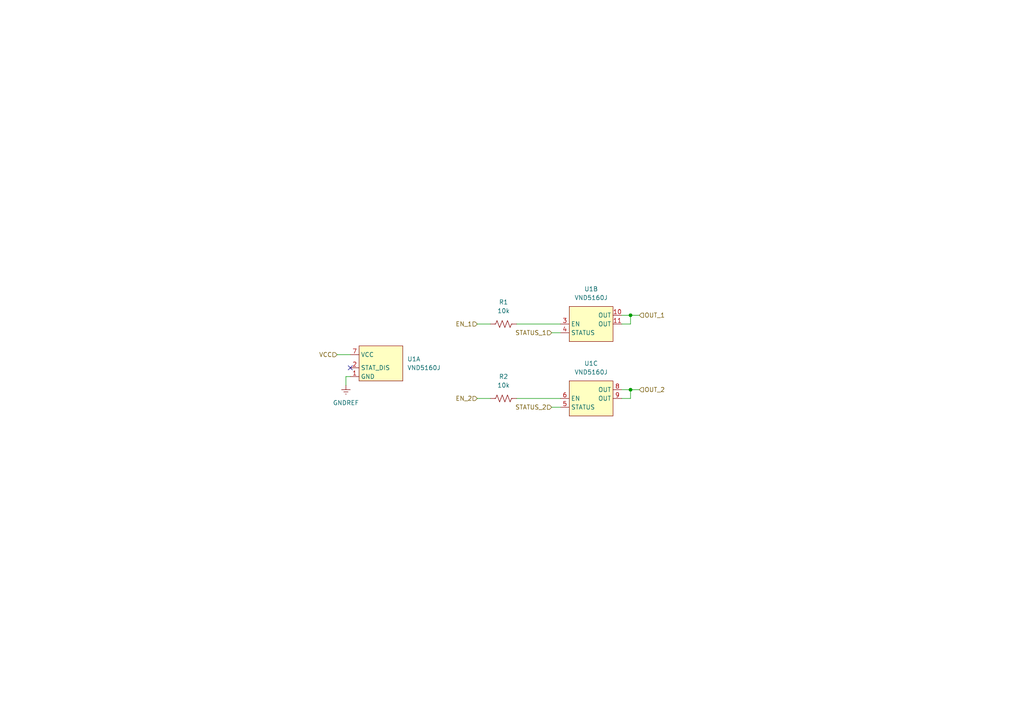
<source format=kicad_sch>
(kicad_sch (version 20211123) (generator eeschema)
  (paper "A4")
  (lib_symbols
    (symbol "Device:R_US" (pin_numbers hide) (pin_names (offset 0))
      (property "Reference" "R" (at 2.54 0 90))
      (property "Value" "R_US" (at -2.54 0 90))
      (symbol "R_US_0_1"
        (polyline (pts (xy 0 -2.286) (xy 0 -2.54)))
        (polyline (pts (xy 0 2.286) (xy 0 2.54)))
        (polyline (pts (xy 0 -0.762) (xy 1.016 -1.143) (xy 0 -1.524) (xy -1.016 -1.905) (xy 0 -2.286)))
        (polyline (pts (xy 0 0.762) (xy 1.016 0.381) (xy 0 0) (xy -1.016 -0.381) (xy 0 -0.762)))
        (polyline (pts (xy 0 2.286) (xy 1.016 1.905) (xy 0 1.524) (xy -1.016 1.143) (xy 0 0.762)))
      )
      (symbol "R_US_1_1"
        (pin passive line (at 0 3.81 270) (length 1.27) (name "~") (number "1"))
        (pin passive line (at 0 -3.81 90) (length 1.27) (name "~") (number "2"))
      )
    )
    (symbol "VND5160J_1"
      (property "Reference" "U" (at 0 0 0))
      (property "Value" "VND5160J_1" (at 0 5.08 0))
      (symbol "VND5160J_1_0_1"
        (rectangle (start -6.35 -2.54) (end 6.35 -12.7) (fill (type background)))
      )
      (symbol "VND5160J_1_1_1"
        (pin input line (at -8.89 -11.43 0) (length 2.54) (name "GND") (number "1"))
        (pin input line (at -8.89 -5.08 0) (length 2.54) hide (name "VCC") (number "12"))
        (pin input line (at -8.89 -8.89 0) (length 2.54) (name "STAT_DIS") (number "2"))
        (pin input line (at -8.89 -5.08 0) (length 2.54) (name "VCC") (number "7"))
        (pin input line (at -8.89 -5.08 0) (length 2.54) hide (name "VCC") (number "PAD"))
      )
      (symbol "VND5160J_1_2_1"
        (pin output line (at 8.89 -5.08 180) (length 2.54) (name "OUT") (number "10"))
        (pin output line (at 8.89 -7.62 180) (length 2.54) (name "OUT") (number "11"))
        (pin input line (at -8.89 -7.62 0) (length 2.54) (name "EN") (number "3"))
        (pin output line (at -8.89 -10.16 0) (length 2.54) (name "STATUS") (number "4"))
      )
      (symbol "VND5160J_1_3_1"
        (pin output line (at -8.89 -10.16 0) (length 2.54) (name "STATUS") (number "5"))
        (pin input line (at -8.89 -7.62 0) (length 2.54) (name "EN") (number "6"))
        (pin output line (at 8.89 -5.08 180) (length 2.54) (name "OUT") (number "8"))
        (pin output line (at 8.89 -7.62 180) (length 2.54) (name "OUT") (number "9"))
      )
    )
    (symbol "power:GNDREF" (power) (pin_names (offset 0))
      (property "Value" "GNDREF" (at 0 -3.81 0))
      (symbol "GNDREF_0_1"
        (polyline (pts (xy -0.635 -1.905) (xy 0.635 -1.905)))
        (polyline (pts (xy -0.127 -2.54) (xy 0.127 -2.54)))
        (polyline (pts (xy 0 -1.27) (xy 0 0)))
        (polyline (pts (xy 1.27 -1.27) (xy -1.27 -1.27)))
      )
      (symbol "GNDREF_1_1"
        (pin power_in line (at 0 0 270) (length 0) hide (name "GNDREF") (number "1"))
      )
    )
    (symbol "vnd5160j:VND5160J"
      (property "Reference" "U" (at 0 0 0))
      (property "Value" "VND5160J" (at 0 5.08 0))
      (symbol "VND5160J_0_1"
        (rectangle (start -6.35 -2.54) (end 6.35 -12.7) (fill (type background)))
      )
      (symbol "VND5160J_1_1"
        (pin input line (at -8.89 -11.43 0) (length 2.54) (name "GND") (number "1"))
        (pin input line (at -8.89 -5.08 0) (length 2.54) hide (name "VCC") (number "12"))
        (pin input line (at -8.89 -8.89 0) (length 2.54) (name "STAT_DIS") (number "2"))
        (pin input line (at -8.89 -5.08 0) (length 2.54) (name "VCC") (number "7"))
        (pin input line (at -8.89 -5.08 0) (length 2.54) hide (name "VCC") (number "PAD"))
      )
      (symbol "VND5160J_2_1"
        (pin output line (at 8.89 -5.08 180) (length 2.54) (name "OUT") (number "10"))
        (pin output line (at 8.89 -5.08 180) (length 2.54) hide (name "OUT") (number "11"))
        (pin input line (at -8.89 -7.62 0) (length 2.54) (name "EN") (number "3"))
        (pin output line (at -8.89 -10.16 0) (length 2.54) (name "STATUS") (number "4"))
      )
      (symbol "VND5160J_3_1"
        (pin output line (at -8.89 -10.16 0) (length 2.54) (name "STATUS") (number "5"))
        (pin input line (at -8.89 -7.62 0) (length 2.54) (name "EN") (number "6"))
        (pin output line (at 8.89 -5.08 180) (length 2.54) (name "OUT") (number "8"))
        (pin output line (at 8.89 -5.08 180) (length 2.54) hide (name "OUT") (number "9"))
      )
    )
  )
  (junction (at 182.88 113.03))
  (junction (at 182.88 91.44))
  (no_connect (at 101.6 106.68))
  (wire (pts (xy 182.88 91.44) (xy 180.34 91.44)))
  (wire (pts (xy 138.43 115.57) (xy 142.24 115.57)))
  (wire (pts (xy 97.79 102.87) (xy 101.6 102.87)))
  (wire (pts (xy 160.02 96.52) (xy 162.56 96.52)))
  (wire (pts (xy 182.88 113.03) (xy 185.42 113.03)))
  (wire (pts (xy 180.34 93.98) (xy 182.88 93.98)))
  (wire (pts (xy 182.88 115.57) (xy 182.88 113.03)))
  (wire (pts (xy 160.02 118.11) (xy 162.56 118.11)))
  (wire (pts (xy 100.33 111.76) (xy 100.33 109.22)))
  (wire (pts (xy 138.43 93.98) (xy 142.24 93.98)))
  (wire (pts (xy 149.86 93.98) (xy 162.56 93.98)))
  (wire (pts (xy 180.34 115.57) (xy 182.88 115.57)))
  (wire (pts (xy 100.33 109.22) (xy 101.6 109.22)))
  (wire (pts (xy 149.86 115.57) (xy 162.56 115.57)))
  (wire (pts (xy 182.88 93.98) (xy 182.88 91.44)))
  (wire (pts (xy 182.88 91.44) (xy 185.42 91.44)))
  (wire (pts (xy 182.88 113.03) (xy 180.34 113.03)))
  (hierarchical_label "STATUS_1" (shape input) (at 160.02 96.52 180))
  (hierarchical_label "OUT_1" (shape input) (at 185.42 91.44 0))
  (hierarchical_label "VCC" (shape input) (at 97.79 102.87 180))
  (hierarchical_label "EN_2" (shape input) (at 138.43 115.57 180))
  (hierarchical_label "OUT_2" (shape input) (at 185.42 113.03 0))
  (hierarchical_label "EN_1" (shape input) (at 138.43 93.98 180))
  (hierarchical_label "STATUS_2" (shape input) (at 160.02 118.11 180))
  (symbol (lib_name "VND5160J_1") (lib_id "vnd5160j:VND5160J") (at 171.45 86.36 0) (unit 2)
    (property "Reference" "U1" (at 171.45 83.82 0))
    (property "Value" "VND5160J" (at 171.45 86.36 0))
    (property "Footprint" "PowerSSO:POWERSSO-12" (effects hide))
  )
  (symbol (lib_id "power:GNDREF") (at 100.33 111.76 0) (unit 1)
    (property "Reference" "#PWR0101" (effects hide))
    (property "Value" "GNDREF" (at 100.33 116.84 0))
  )
  (symbol (lib_id "Device:R_US") (at 146.05 93.98 90) (unit 1)
    (property "Reference" "R1" (at 146.05 87.63 90))
    (property "Value" "10k" (at 146.05 90.17 90))
    (property "Footprint" "Resistor_SMD:R_0805_2012Metric_Pad1.20x1.40mm_HandSolder" (effects hide))
  )
  (symbol (lib_id "Device:R_US") (at 146.05 115.57 90) (unit 1)
    (property "Reference" "R2" (at 146.05 109.22 90))
    (property "Value" "10k" (at 146.05 111.76 90))
    (property "Footprint" "Resistor_SMD:R_0805_2012Metric_Pad1.20x1.40mm_HandSolder" (effects hide))
  )
  (symbol (lib_name "VND5160J_1") (lib_id "vnd5160j:VND5160J") (at 171.45 107.95 0) (unit 3)
    (property "Reference" "U1" (at 171.45 105.41 0))
    (property "Value" "VND5160J" (at 171.45 107.95 0))
    (property "Footprint" "PowerSSO:POWERSSO-12" (effects hide))
  )
  (symbol (lib_id "vnd5160j:VND5160J") (at 110.49 97.79 0) (unit 1)
    (property "Reference" "U1" (at 118.11 104.1399 0) (effects (justify left)))
    (property "Value" "VND5160J" (at 118.11 106.6799 0) (effects (justify left)))
    (property "Footprint" "PowerSSO:POWERSSO-12" (effects hide))
  )
)
</source>
